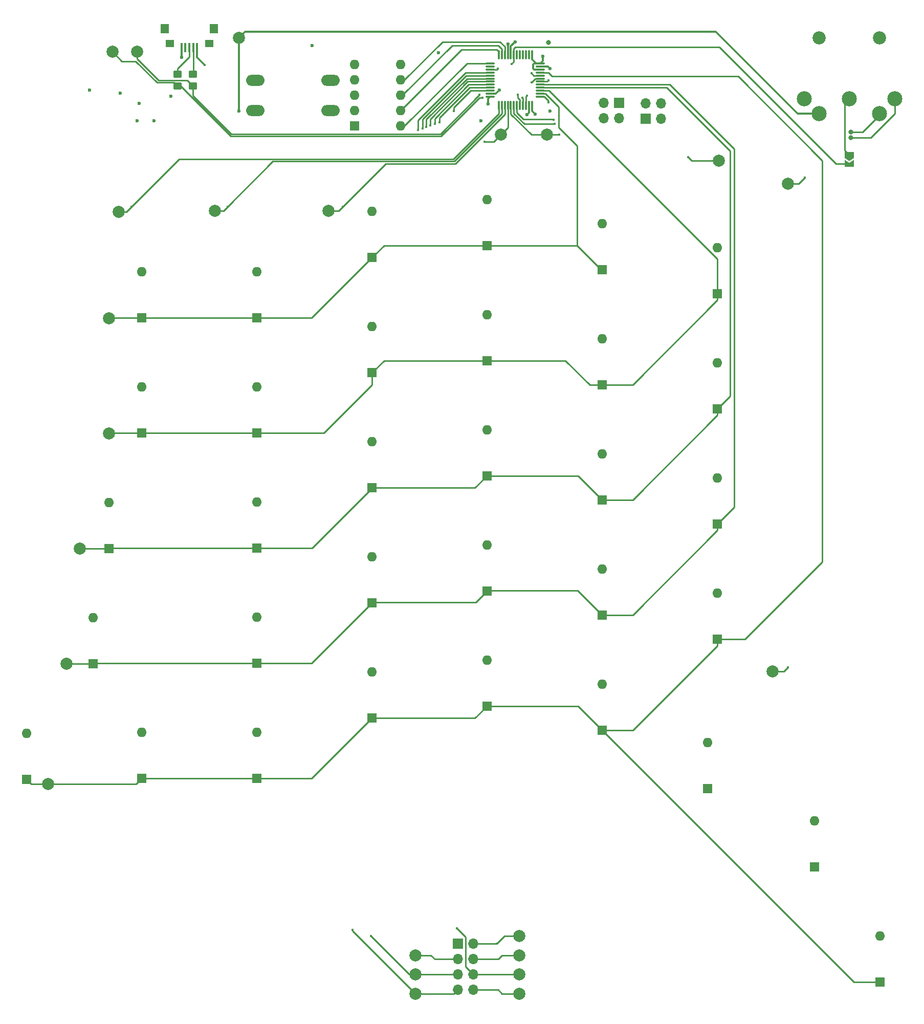
<source format=gbr>
%TF.GenerationSoftware,KiCad,Pcbnew,(6.0.0)*%
%TF.CreationDate,2022-01-02T22:00:42-08:00*%
%TF.ProjectId,thumbler_left,7468756d-626c-4657-925f-6c6566742e6b,rev?*%
%TF.SameCoordinates,Original*%
%TF.FileFunction,Copper,L1,Top*%
%TF.FilePolarity,Positive*%
%FSLAX46Y46*%
G04 Gerber Fmt 4.6, Leading zero omitted, Abs format (unit mm)*
G04 Created by KiCad (PCBNEW (6.0.0)) date 2022-01-02 22:00:42*
%MOMM*%
%LPD*%
G01*
G04 APERTURE LIST*
G04 Aperture macros list*
%AMRoundRect*
0 Rectangle with rounded corners*
0 $1 Rounding radius*
0 $2 $3 $4 $5 $6 $7 $8 $9 X,Y pos of 4 corners*
0 Add a 4 corners polygon primitive as box body*
4,1,4,$2,$3,$4,$5,$6,$7,$8,$9,$2,$3,0*
0 Add four circle primitives for the rounded corners*
1,1,$1+$1,$2,$3*
1,1,$1+$1,$4,$5*
1,1,$1+$1,$6,$7*
1,1,$1+$1,$8,$9*
0 Add four rect primitives between the rounded corners*
20,1,$1+$1,$2,$3,$4,$5,0*
20,1,$1+$1,$4,$5,$6,$7,0*
20,1,$1+$1,$6,$7,$8,$9,0*
20,1,$1+$1,$8,$9,$2,$3,0*%
%AMFreePoly0*
4,1,6,1.000000,0.000000,0.500000,-0.750000,-0.500000,-0.750000,-0.500000,0.750000,0.500000,0.750000,1.000000,0.000000,1.000000,0.000000,$1*%
%AMFreePoly1*
4,1,6,0.500000,-0.750000,-0.650000,-0.750000,-0.150000,0.000000,-0.650000,0.750000,0.500000,0.750000,0.500000,-0.750000,0.500000,-0.750000,$1*%
G04 Aperture macros list end*
%TA.AperFunction,SMDPad,CuDef*%
%ADD10C,2.000000*%
%TD*%
%TA.AperFunction,ComponentPad*%
%ADD11R,1.600000X1.600000*%
%TD*%
%TA.AperFunction,ComponentPad*%
%ADD12O,1.600000X1.600000*%
%TD*%
%TA.AperFunction,ComponentPad*%
%ADD13C,2.500000*%
%TD*%
%TA.AperFunction,ComponentPad*%
%ADD14C,2.184400*%
%TD*%
%TA.AperFunction,ComponentPad*%
%ADD15O,1.700000X1.700000*%
%TD*%
%TA.AperFunction,ComponentPad*%
%ADD16R,1.700000X1.700000*%
%TD*%
%TA.AperFunction,SMDPad,CuDef*%
%ADD17RoundRect,0.249999X0.450001X-0.350001X0.450001X0.350001X-0.450001X0.350001X-0.450001X-0.350001X0*%
%TD*%
%TA.AperFunction,SMDPad,CuDef*%
%ADD18RoundRect,0.249999X-0.450001X0.350001X-0.450001X-0.350001X0.450001X-0.350001X0.450001X0.350001X0*%
%TD*%
%TA.AperFunction,SMDPad,CuDef*%
%ADD19RoundRect,0.075000X-0.075000X0.662500X-0.075000X-0.662500X0.075000X-0.662500X0.075000X0.662500X0*%
%TD*%
%TA.AperFunction,SMDPad,CuDef*%
%ADD20RoundRect,0.075000X-0.662500X0.075000X-0.662500X-0.075000X0.662500X-0.075000X0.662500X0.075000X0*%
%TD*%
%TA.AperFunction,SMDPad,CuDef*%
%ADD21FreePoly0,270.000000*%
%TD*%
%TA.AperFunction,SMDPad,CuDef*%
%ADD22FreePoly1,270.000000*%
%TD*%
%TA.AperFunction,SMDPad,CuDef*%
%ADD23R,0.400000X1.600000*%
%TD*%
%TA.AperFunction,SMDPad,CuDef*%
%ADD24R,1.400000X1.500000*%
%TD*%
%TA.AperFunction,SMDPad,CuDef*%
%ADD25R,1.400000X1.200000*%
%TD*%
%TA.AperFunction,ComponentPad*%
%ADD26O,3.048000X1.850000*%
%TD*%
%TA.AperFunction,ViaPad*%
%ADD27C,0.600000*%
%TD*%
%TA.AperFunction,ViaPad*%
%ADD28C,0.800000*%
%TD*%
%TA.AperFunction,ViaPad*%
%ADD29C,0.450000*%
%TD*%
%TA.AperFunction,Conductor*%
%ADD30C,0.250000*%
%TD*%
%TA.AperFunction,Conductor*%
%ADD31C,0.350000*%
%TD*%
G04 APERTURE END LIST*
D10*
%TO.P,TP23,1,1*%
%TO.N,L_USB_D+*%
X102870000Y-141986000D03*
%TD*%
%TO.P,TP22,1,1*%
%TO.N,L_USB_D-*%
X106934000Y-141986000D03*
%TD*%
D11*
%TO.P,D6,1,K*%
%TO.N,L_ROW1*%
X107711000Y-186032200D03*
D12*
%TO.P,D6,2,A*%
%TO.N,Net-(D6-Pad2)*%
X107711000Y-178412200D03*
%TD*%
D11*
%TO.P,D3,1,K*%
%TO.N,L_ROW5*%
X88701000Y-262394000D03*
D12*
%TO.P,D3,2,A*%
%TO.N,Net-(D3-Pad2)*%
X88701000Y-254774000D03*
%TD*%
D11*
%TO.P,D29,1,K*%
%TO.N,L_ROW3*%
X201345800Y-263906000D03*
D12*
%TO.P,D29,2,A*%
%TO.N,Net-(D29-Pad2)*%
X201345800Y-256286000D03*
%TD*%
D11*
%TO.P,D30,1,K*%
%TO.N,L_ROW4*%
X219075000Y-276860000D03*
D12*
%TO.P,D30,2,A*%
%TO.N,Net-(D30-Pad2)*%
X219075000Y-269240000D03*
%TD*%
D11*
%TO.P,D31,1,K*%
%TO.N,L_ROW5*%
X229870000Y-295910000D03*
D12*
%TO.P,D31,2,A*%
%TO.N,Net-(D31-Pad2)*%
X229870000Y-288290000D03*
%TD*%
D13*
%TO.P,J4,1*%
%TO.N,GND*%
X217317306Y-149732831D03*
%TO.P,J4,2*%
%TO.N,Net-(J4-Pad2)*%
X224817306Y-149732831D03*
%TO.P,J4,3*%
%TO.N,L_RX*%
X232317306Y-149732831D03*
%TO.P,J4,4*%
%TO.N,+5V*%
X219817306Y-152232831D03*
%TO.P,J4,5*%
%TO.N,L_TX*%
X229817306Y-152232831D03*
D14*
%TO.P,J4,MH*%
%TO.N,N/C*%
X229817306Y-139732831D03*
X219817306Y-139732831D03*
%TD*%
D15*
%TO.P,J3,4,Pin_4*%
%TO.N,+3V3*%
X184155000Y-153030000D03*
%TO.P,J3,3,Pin_3*%
%TO.N,L_SWDIO*%
X184155000Y-150490000D03*
%TO.P,J3,2,Pin_2*%
%TO.N,L_SWCLK*%
X186695000Y-153030000D03*
D16*
%TO.P,J3,1,Pin_1*%
%TO.N,GND*%
X186695000Y-150490000D03*
%TD*%
D17*
%TO.P,R1,1*%
%TO.N,L_USB_D+*%
X113665000Y-147685000D03*
%TO.P,R1,2*%
%TO.N,Net-(J1-Pad3)*%
X113665000Y-145685000D03*
%TD*%
D18*
%TO.P,R2,1*%
%TO.N,Net-(J1-Pad2)*%
X116205000Y-145685000D03*
%TO.P,R2,2*%
%TO.N,L_USB_D-*%
X116205000Y-147685000D03*
%TD*%
D10*
%TO.P,TP2,1,1*%
%TO.N,L_COL1*%
X214630000Y-163816600D03*
%TD*%
%TO.P,TP3,1,1*%
%TO.N,L_COL2*%
X203200000Y-160020000D03*
%TD*%
%TO.P,TP4,1,1*%
%TO.N,L_COL3*%
X174752000Y-155702000D03*
%TD*%
%TO.P,TP5,1,1*%
%TO.N,L_COL4*%
X167132000Y-155702000D03*
%TD*%
%TO.P,TP7,1,1*%
%TO.N,L_COL6*%
X119816000Y-168275000D03*
%TD*%
%TO.P,TP10,1,1*%
%TO.N,L_ROW1*%
X102290000Y-186067000D03*
%TD*%
%TO.P,TP11,1,1*%
%TO.N,L_ROW2*%
X102290000Y-205117000D03*
%TD*%
%TO.P,TP12,1,1*%
%TO.N,L_ROW3*%
X97464000Y-224155000D03*
%TD*%
%TO.P,TP13,1,1*%
%TO.N,L_ROW4*%
X95250000Y-243205000D03*
%TD*%
%TO.P,TP14,1,1*%
%TO.N,L_ROW5*%
X92202000Y-263144000D03*
%TD*%
%TO.P,TP9,1,1*%
%TO.N,L_COL8*%
X212090000Y-244475000D03*
%TD*%
%TO.P,TP15,1,1*%
%TO.N,ENC_A*%
X170180000Y-291465000D03*
%TD*%
%TO.P,TP16,1,1*%
%TO.N,ENC_B*%
X153035000Y-291465000D03*
%TD*%
%TO.P,TP17,1,1*%
%TO.N,ENC_BN*%
X170180000Y-288290000D03*
%TD*%
%TO.P,TP18,1,1*%
%TO.N,ENC_DN*%
X170180000Y-297815000D03*
%TD*%
%TO.P,TP19,1,1*%
%TO.N,ENC_RT*%
X153035000Y-297815000D03*
%TD*%
%TO.P,TP20,1,1*%
%TO.N,ENC_UP*%
X170180000Y-294640000D03*
%TD*%
%TO.P,TP21,1,1*%
%TO.N,ENC_LF*%
X153035000Y-294640000D03*
%TD*%
D19*
%TO.P,U1,1,VBAT*%
%TO.N,+3V3*%
X172295000Y-142522500D03*
%TO.P,U1,2,PC13*%
%TO.N,unconnected-(U1-Pad2)*%
X171795000Y-142522500D03*
%TO.P,U1,3,PC14*%
%TO.N,unconnected-(U1-Pad3)*%
X171295000Y-142522500D03*
%TO.P,U1,4,PC15*%
%TO.N,unconnected-(U1-Pad4)*%
X170795000Y-142522500D03*
%TO.P,U1,5,PF0*%
%TO.N,unconnected-(U1-Pad5)*%
X170295000Y-142522500D03*
%TO.P,U1,6,PF1*%
%TO.N,unconnected-(U1-Pad6)*%
X169795000Y-142522500D03*
%TO.P,U1,7,NRST*%
%TO.N,~{RST}*%
X169295000Y-142522500D03*
%TO.P,U1,8,VSSA*%
%TO.N,GND*%
X168795000Y-142522500D03*
%TO.P,U1,9,VDDA*%
%TO.N,+3V3*%
X168295000Y-142522500D03*
%TO.P,U1,10,PA0*%
%TO.N,L_OPT4*%
X167795000Y-142522500D03*
%TO.P,U1,11,PA1*%
%TO.N,L_OPT3*%
X167295000Y-142522500D03*
%TO.P,U1,12,PA2*%
%TO.N,L_OPT2*%
X166795000Y-142522500D03*
D20*
%TO.P,U1,13,PA3*%
%TO.N,L_OPT1*%
X165382500Y-143935000D03*
%TO.P,U1,14,PA4*%
%TO.N,unconnected-(U1-Pad14)*%
X165382500Y-144435000D03*
%TO.P,U1,15,PA5*%
%TO.N,L_COL8*%
X165382500Y-144935000D03*
%TO.P,U1,16,PA6*%
%TO.N,ENC_B*%
X165382500Y-145435000D03*
%TO.P,U1,17,PA7*%
%TO.N,ENC_A*%
X165382500Y-145935000D03*
%TO.P,U1,18,PB0*%
%TO.N,ENC_LF*%
X165382500Y-146435000D03*
%TO.P,U1,19,PB1*%
%TO.N,ENC_DN*%
X165382500Y-146935000D03*
%TO.P,U1,20,PB2*%
%TO.N,ENC_RT*%
X165382500Y-147435000D03*
%TO.P,U1,21,PB10*%
%TO.N,ENC_UP*%
X165382500Y-147935000D03*
%TO.P,U1,22,PB11*%
%TO.N,ENC_BN*%
X165382500Y-148435000D03*
%TO.P,U1,23,VSS*%
%TO.N,GND*%
X165382500Y-148935000D03*
%TO.P,U1,24,VDD*%
%TO.N,+3V3*%
X165382500Y-149435000D03*
D19*
%TO.P,U1,25,PB12*%
%TO.N,L_COL7*%
X166795000Y-150847500D03*
%TO.P,U1,26,PB13*%
%TO.N,L_COL6*%
X167295000Y-150847500D03*
%TO.P,U1,27,PB14*%
%TO.N,L_COL5*%
X167795000Y-150847500D03*
%TO.P,U1,28,PB15*%
%TO.N,L_COL4*%
X168295000Y-150847500D03*
%TO.P,U1,29,PA8*%
%TO.N,L_COL3*%
X168795000Y-150847500D03*
%TO.P,U1,30,PA9*%
%TO.N,L_COL2*%
X169295000Y-150847500D03*
%TO.P,U1,31,PA10*%
%TO.N,L_COL1*%
X169795000Y-150847500D03*
%TO.P,U1,32,PA11*%
%TO.N,L_USB_D-*%
X170295000Y-150847500D03*
%TO.P,U1,33,PA12*%
%TO.N,L_USB_D+*%
X170795000Y-150847500D03*
%TO.P,U1,34,PA13*%
%TO.N,L_SWDIO*%
X171295000Y-150847500D03*
%TO.P,U1,35,VSS*%
%TO.N,GND*%
X171795000Y-150847500D03*
%TO.P,U1,36,VDDIO2*%
%TO.N,+3V3*%
X172295000Y-150847500D03*
D20*
%TO.P,U1,37,PA14*%
%TO.N,L_SWCLK*%
X173707500Y-149435000D03*
%TO.P,U1,38,PA15*%
%TO.N,L_ROW1*%
X173707500Y-148935000D03*
%TO.P,U1,39,PB3*%
%TO.N,L_ROW2*%
X173707500Y-148435000D03*
%TO.P,U1,40,PB4*%
%TO.N,L_ROW3*%
X173707500Y-147935000D03*
%TO.P,U1,41,PB5*%
%TO.N,L_ROW4*%
X173707500Y-147435000D03*
%TO.P,U1,42,PB6*%
%TO.N,L_TX*%
X173707500Y-146935000D03*
%TO.P,U1,43,PB7*%
%TO.N,L_RX*%
X173707500Y-146435000D03*
%TO.P,U1,44,BOOT0*%
%TO.N,L_BOOT0*%
X173707500Y-145935000D03*
%TO.P,U1,45,PB8*%
%TO.N,L_ROW5*%
X173707500Y-145435000D03*
%TO.P,U1,46,PB9*%
%TO.N,+3V3*%
X173707500Y-144935000D03*
%TO.P,U1,47,VSS*%
%TO.N,GND*%
X173707500Y-144435000D03*
%TO.P,U1,48,VDD*%
%TO.N,+3V3*%
X173707500Y-143935000D03*
%TD*%
D21*
%TO.P,JP1,1,A*%
%TO.N,Net-(J4-Pad2)*%
X224790000Y-159078000D03*
D22*
%TO.P,JP1,2,B*%
%TO.N,~{RST}*%
X224790000Y-160528000D03*
%TD*%
D16*
%TO.P,J2,1,Pin_1*%
%TO.N,GND*%
X191135000Y-153035000D03*
D15*
%TO.P,J2,2,Pin_2*%
%TO.N,L_TX*%
X191135000Y-150495000D03*
%TO.P,J2,3,Pin_3*%
%TO.N,L_RX*%
X193675000Y-153035000D03*
%TO.P,J2,4,Pin_4*%
%TO.N,+3V3*%
X193675000Y-150495000D03*
%TD*%
D10*
%TO.P,TP6,1,1*%
%TO.N,L_COL5*%
X138612000Y-168275000D03*
%TD*%
D23*
%TO.P,J1,1,VBUS*%
%TO.N,Net-(F1-Pad1)*%
X116895400Y-141278000D03*
%TO.P,J1,2,D-*%
%TO.N,Net-(J1-Pad2)*%
X116245400Y-141278000D03*
%TO.P,J1,3,D+*%
%TO.N,Net-(J1-Pad3)*%
X115595400Y-141278000D03*
%TO.P,J1,4,ID*%
%TO.N,unconnected-(J1-Pad4)*%
X114945400Y-141278000D03*
%TO.P,J1,5,GND*%
%TO.N,GND*%
X114295400Y-141278000D03*
D24*
%TO.P,J1,6,Shield*%
%TO.N,unconnected-(J1-Pad6)*%
X119645400Y-138168000D03*
X111545400Y-138168000D03*
D25*
X112345400Y-140668000D03*
X118845400Y-140668000D03*
%TD*%
D10*
%TO.P,TP1,1,1*%
%TO.N,+5V*%
X123825000Y-139700000D03*
%TD*%
D11*
%TO.P,D9,1,K*%
%TO.N,L_ROW1*%
X126761000Y-186032200D03*
D12*
%TO.P,D9,2,A*%
%TO.N,Net-(D9-Pad2)*%
X126761000Y-178412200D03*
%TD*%
D11*
%TO.P,D14,1,K*%
%TO.N,L_ROW1*%
X145811000Y-176032200D03*
D12*
%TO.P,D14,2,A*%
%TO.N,Net-(D14-Pad2)*%
X145811000Y-168412200D03*
%TD*%
D11*
%TO.P,D19,1,K*%
%TO.N,L_ROW1*%
X164861000Y-174032200D03*
D12*
%TO.P,D19,2,A*%
%TO.N,Net-(D19-Pad2)*%
X164861000Y-166412200D03*
%TD*%
D11*
%TO.P,D24,1,K*%
%TO.N,L_ROW1*%
X183911000Y-178032200D03*
D12*
%TO.P,D24,2,A*%
%TO.N,Net-(D24-Pad2)*%
X183911000Y-170412200D03*
%TD*%
D11*
%TO.P,D32,1,K*%
%TO.N,L_ROW2*%
X202961000Y-182032200D03*
D12*
%TO.P,D32,2,A*%
%TO.N,Net-(D32-Pad2)*%
X202961000Y-174412200D03*
%TD*%
D11*
%TO.P,D7,1,K*%
%TO.N,L_ROW2*%
X107711000Y-205082200D03*
D12*
%TO.P,D7,2,A*%
%TO.N,Net-(D7-Pad2)*%
X107711000Y-197462200D03*
%TD*%
D11*
%TO.P,D10,1,K*%
%TO.N,L_ROW2*%
X126761000Y-205082200D03*
D12*
%TO.P,D10,2,A*%
%TO.N,Net-(D10-Pad2)*%
X126761000Y-197462200D03*
%TD*%
D11*
%TO.P,D15,1,K*%
%TO.N,L_ROW2*%
X145811000Y-195082200D03*
D12*
%TO.P,D15,2,A*%
%TO.N,Net-(D15-Pad2)*%
X145811000Y-187462200D03*
%TD*%
D11*
%TO.P,D20,1,K*%
%TO.N,L_ROW2*%
X164861000Y-193082200D03*
D12*
%TO.P,D20,2,A*%
%TO.N,Net-(D20-Pad2)*%
X164861000Y-185462200D03*
%TD*%
D11*
%TO.P,D25,1,K*%
%TO.N,L_ROW2*%
X183911000Y-197082200D03*
D12*
%TO.P,D25,2,A*%
%TO.N,Net-(D25-Pad2)*%
X183911000Y-189462200D03*
%TD*%
D11*
%TO.P,D33,1,K*%
%TO.N,L_ROW3*%
X202961000Y-201082200D03*
D12*
%TO.P,D33,2,A*%
%TO.N,Net-(D33-Pad2)*%
X202961000Y-193462200D03*
%TD*%
D11*
%TO.P,D4,1,K*%
%TO.N,L_ROW3*%
X102331600Y-224155000D03*
D12*
%TO.P,D4,2,A*%
%TO.N,Net-(D4-Pad2)*%
X102331600Y-216535000D03*
%TD*%
D11*
%TO.P,D11,1,K*%
%TO.N,L_ROW3*%
X126761000Y-224132200D03*
D12*
%TO.P,D11,2,A*%
%TO.N,Net-(D11-Pad2)*%
X126761000Y-216512200D03*
%TD*%
D11*
%TO.P,D16,1,K*%
%TO.N,L_ROW3*%
X145811000Y-214132200D03*
D12*
%TO.P,D16,2,A*%
%TO.N,Net-(D16-Pad2)*%
X145811000Y-206512200D03*
%TD*%
D11*
%TO.P,D21,1,K*%
%TO.N,L_ROW3*%
X164861000Y-212132200D03*
D12*
%TO.P,D21,2,A*%
%TO.N,Net-(D21-Pad2)*%
X164861000Y-204512200D03*
%TD*%
D11*
%TO.P,D26,1,K*%
%TO.N,L_ROW3*%
X183911000Y-216132200D03*
D12*
%TO.P,D26,2,A*%
%TO.N,Net-(D26-Pad2)*%
X183911000Y-208512200D03*
%TD*%
D11*
%TO.P,D34,1,K*%
%TO.N,L_ROW4*%
X202961000Y-220132200D03*
D12*
%TO.P,D34,2,A*%
%TO.N,Net-(D34-Pad2)*%
X202961000Y-212512200D03*
%TD*%
D11*
%TO.P,D5,1,K*%
%TO.N,L_ROW4*%
X99695000Y-243205000D03*
D12*
%TO.P,D5,2,A*%
%TO.N,Net-(D5-Pad2)*%
X99695000Y-235585000D03*
%TD*%
D11*
%TO.P,D12,1,K*%
%TO.N,L_ROW4*%
X126761000Y-243182200D03*
D12*
%TO.P,D12,2,A*%
%TO.N,Net-(D12-Pad2)*%
X126761000Y-235562200D03*
%TD*%
D11*
%TO.P,D17,1,K*%
%TO.N,L_ROW4*%
X145811000Y-233182200D03*
D12*
%TO.P,D17,2,A*%
%TO.N,Net-(D17-Pad2)*%
X145811000Y-225562200D03*
%TD*%
D11*
%TO.P,D22,1,K*%
%TO.N,L_ROW4*%
X164861000Y-231182200D03*
D12*
%TO.P,D22,2,A*%
%TO.N,Net-(D22-Pad2)*%
X164861000Y-223562200D03*
%TD*%
D11*
%TO.P,D27,1,K*%
%TO.N,L_ROW4*%
X183911000Y-235182200D03*
D12*
%TO.P,D27,2,A*%
%TO.N,Net-(D27-Pad2)*%
X183911000Y-227562200D03*
%TD*%
D11*
%TO.P,D35,1,K*%
%TO.N,L_ROW5*%
X202961000Y-239182200D03*
D12*
%TO.P,D35,2,A*%
%TO.N,Net-(D35-Pad2)*%
X202961000Y-231562200D03*
%TD*%
D11*
%TO.P,D8,1,K*%
%TO.N,L_ROW5*%
X107711000Y-262232200D03*
D12*
%TO.P,D8,2,A*%
%TO.N,Net-(D8-Pad2)*%
X107711000Y-254612200D03*
%TD*%
D11*
%TO.P,D13,1,K*%
%TO.N,L_ROW5*%
X126761000Y-262232200D03*
D12*
%TO.P,D13,2,A*%
%TO.N,Net-(D13-Pad2)*%
X126761000Y-254612200D03*
%TD*%
D11*
%TO.P,D18,1,K*%
%TO.N,L_ROW5*%
X145811000Y-252232200D03*
D12*
%TO.P,D18,2,A*%
%TO.N,Net-(D18-Pad2)*%
X145811000Y-244612200D03*
%TD*%
D11*
%TO.P,D23,1,K*%
%TO.N,L_ROW5*%
X164861000Y-250232200D03*
D12*
%TO.P,D23,2,A*%
%TO.N,Net-(D23-Pad2)*%
X164861000Y-242612200D03*
%TD*%
D11*
%TO.P,D28,1,K*%
%TO.N,L_ROW5*%
X183911000Y-254232200D03*
D12*
%TO.P,D28,2,A*%
%TO.N,Net-(D28-Pad2)*%
X183911000Y-246612200D03*
%TD*%
D10*
%TO.P,TP8,1,1*%
%TO.N,L_COL7*%
X103864800Y-168490200D03*
%TD*%
D16*
%TO.P,J9,1,Pin_1*%
%TO.N,GND*%
X160020000Y-289560000D03*
D15*
%TO.P,J9,2,Pin_2*%
%TO.N,ENC_BN*%
X162560000Y-289560000D03*
%TO.P,J9,3,Pin_3*%
%TO.N,ENC_B*%
X160020000Y-292100000D03*
%TO.P,J9,4,Pin_4*%
%TO.N,ENC_A*%
X162560000Y-292100000D03*
%TO.P,J9,5,Pin_5*%
%TO.N,ENC_LF*%
X160020000Y-294640000D03*
%TO.P,J9,6,Pin_6*%
%TO.N,ENC_UP*%
X162560000Y-294640000D03*
%TO.P,J9,7,Pin_7*%
%TO.N,ENC_RT*%
X160020000Y-297180000D03*
%TO.P,J9,8,Pin_8*%
%TO.N,ENC_DN*%
X162560000Y-297180000D03*
%TD*%
D26*
%TO.P,SW1,1,1*%
%TO.N,GND*%
X126475000Y-151725000D03*
X138975000Y-151725000D03*
%TO.P,SW1,2,2*%
%TO.N,~{RST}*%
X126475000Y-146725000D03*
X138975000Y-146725000D03*
%TD*%
D11*
%TO.P,SW2,1*%
%TO.N,GND*%
X142925750Y-154294250D03*
D12*
%TO.P,SW2,2*%
X142925750Y-151754250D03*
%TO.P,SW2,3*%
X142925750Y-149214250D03*
%TO.P,SW2,4*%
X142925750Y-146674250D03*
%TO.P,SW2,5*%
%TO.N,+3V3*%
X142925750Y-144134250D03*
%TO.P,SW2,6*%
%TO.N,L_BOOT0*%
X150545750Y-144134250D03*
%TO.P,SW2,7*%
%TO.N,L_OPT4*%
X150545750Y-146674250D03*
%TO.P,SW2,8*%
%TO.N,L_OPT3*%
X150545750Y-149214250D03*
%TO.P,SW2,9*%
%TO.N,L_OPT2*%
X150545750Y-151754250D03*
%TO.P,SW2,10*%
%TO.N,L_OPT1*%
X150545750Y-154294250D03*
%TD*%
D27*
%TO.N,GND*%
X171450000Y-152400000D03*
X169545000Y-140335000D03*
X163830000Y-153416000D03*
X166878000Y-148336000D03*
X175260000Y-151765000D03*
X135890000Y-140970000D03*
X156845000Y-142157502D03*
X114300000Y-142875000D03*
X175259999Y-144779999D03*
X106934000Y-153416000D03*
X109728000Y-153416000D03*
X99060000Y-148336000D03*
X112522000Y-149352000D03*
D28*
X175006000Y-140462000D03*
D27*
%TO.N,+3V3*%
X104140000Y-148844000D03*
X107315000Y-150495000D03*
X168323436Y-140675575D03*
X174056100Y-142727600D03*
X172786077Y-152310500D03*
X165039100Y-150628100D03*
D29*
%TO.N,~{RST}*%
X168910002Y-144018000D03*
D27*
%TO.N,+5V*%
X123825000Y-151765000D03*
D29*
%TO.N,L_TX*%
X175006000Y-146685000D03*
D28*
X225044000Y-155282497D03*
%TO.N,L_RX*%
X225044000Y-156210000D03*
D29*
X172212000Y-147066000D03*
%TO.N,L_SWCLK*%
X175006000Y-150368000D03*
%TO.N,L_SWDIO*%
X171450000Y-149225000D03*
%TO.N,L_COL7*%
X106045000Y-167640000D03*
%TO.N,L_BOOT0*%
X172212000Y-145542000D03*
%TO.N,L_USB_D+*%
X170688000Y-149606000D03*
X164084000Y-149606000D03*
%TO.N,L_USB_D-*%
X163576000Y-149098000D03*
X169926000Y-149098000D03*
%TO.N,L_COL6*%
X121920000Y-167640000D03*
%TO.N,L_COL5*%
X140970000Y-167640000D03*
%TO.N,L_COL4*%
X164465000Y-156845000D03*
%TO.N,L_COL3*%
X176784000Y-155702000D03*
%TO.N,L_COL2*%
X176022000Y-153924000D03*
X198120000Y-159385000D03*
%TO.N,L_COL8*%
X166624000Y-144780000D03*
X214630000Y-243840000D03*
%TO.N,L_COL1*%
X217424000Y-162814000D03*
X175897840Y-153208100D03*
%TO.N,Net-(F1-Pad1)*%
X118110000Y-144145000D03*
%TO.N,ENC_DN*%
X155448000Y-154178000D03*
%TO.N,ENC_RT*%
X156210000Y-153924000D03*
X142621000Y-287274000D03*
%TO.N,ENC_UP*%
X156972000Y-153670000D03*
X159893000Y-287020000D03*
%TO.N,ENC_LF*%
X154784117Y-154432000D03*
X145669000Y-288290000D03*
%TO.N,ENC_A*%
X154178000Y-154686000D03*
%TO.N,ENC_B*%
X153416000Y-154940000D03*
%TO.N,ENC_BN*%
X159385000Y-151765000D03*
X166497000Y-289560000D03*
%TD*%
D30*
%TO.N,L_USB_D+*%
X106730800Y-143560800D02*
X104444800Y-143560800D01*
X104444800Y-143560800D02*
X102870000Y-141986000D01*
X113046000Y-147066000D02*
X110236000Y-147066000D01*
X110236000Y-147066000D02*
X106730800Y-143560800D01*
X113665000Y-147685000D02*
X113046000Y-147066000D01*
%TO.N,L_USB_D-*%
X115205000Y-146685000D02*
X116205000Y-147685000D01*
X110490000Y-146685000D02*
X115205000Y-146685000D01*
X106934000Y-143129000D02*
X110490000Y-146685000D01*
X106934000Y-141986000D02*
X106934000Y-143129000D01*
%TO.N,L_SWCLK*%
X175006000Y-150114000D02*
X175006000Y-150368000D01*
X174327000Y-149435000D02*
X175006000Y-150114000D01*
X173707500Y-149435000D02*
X174327000Y-149435000D01*
D31*
%TO.N,GND*%
X173707500Y-144435000D02*
X174406769Y-144435000D01*
X169545000Y-140335000D02*
X168795000Y-141085000D01*
X114295400Y-142870400D02*
X114300000Y-142875000D01*
X168795000Y-141085000D02*
X168795000Y-142522500D01*
X171795000Y-150847500D02*
X171795000Y-152055000D01*
X171795000Y-152055000D02*
X171450000Y-152400000D01*
X114295400Y-141278000D02*
X114295400Y-142870400D01*
X165382500Y-148935000D02*
X166279000Y-148935000D01*
X174406769Y-144435000D02*
X174915000Y-144435000D01*
X174915000Y-144435000D02*
X175259999Y-144779999D01*
X166279000Y-148935000D02*
X166878000Y-148336000D01*
%TO.N,+3V3*%
X173707500Y-144935000D02*
X172621000Y-144935000D01*
X165039100Y-149778400D02*
X165039100Y-150628100D01*
X174056100Y-142727600D02*
X174056100Y-143489600D01*
X168295000Y-140704011D02*
X168323436Y-140675575D01*
X172466000Y-144780000D02*
X172466000Y-144081500D01*
X172295000Y-142522500D02*
X172295000Y-143260000D01*
X172950000Y-143915000D02*
X172970000Y-143935000D01*
X173802100Y-143743600D02*
X173802100Y-143840400D01*
X172295000Y-151819423D02*
X172786077Y-152310500D01*
X172632500Y-143915000D02*
X172950000Y-143915000D01*
X168295000Y-141538500D02*
X168295000Y-140704011D01*
X168295000Y-141538500D02*
X168295000Y-142522500D01*
X173802100Y-143840400D02*
X173707500Y-143935000D01*
X172970000Y-143935000D02*
X173707500Y-143935000D01*
X172295000Y-151765000D02*
X172295000Y-150847500D01*
X172466000Y-144081500D02*
X172632500Y-143915000D01*
X172295000Y-143260000D02*
X172950000Y-143915000D01*
X165039100Y-149778400D02*
X165382500Y-149435000D01*
X172621000Y-144935000D02*
X172466000Y-144780000D01*
X174056100Y-143489600D02*
X173802100Y-143743600D01*
D30*
%TO.N,~{RST}*%
X169524408Y-141224000D02*
X203327000Y-141224000D01*
X169295000Y-143633000D02*
X168910002Y-144018000D01*
X203327000Y-141224000D02*
X222631000Y-160528000D01*
X169295000Y-141453408D02*
X169524408Y-141224000D01*
X169295000Y-142522500D02*
X169295000Y-141453408D01*
X222631000Y-160528000D02*
X224790000Y-160528000D01*
X169295000Y-142522500D02*
X169295000Y-143633000D01*
%TO.N,L_ROW2*%
X164861000Y-193082200D02*
X147811000Y-193082200D01*
X202961000Y-182032200D02*
X202961000Y-183082200D01*
X202961000Y-182032200D02*
X202961000Y-176291000D01*
X183911000Y-197082200D02*
X181842200Y-197082200D01*
X181842200Y-197082200D02*
X177842200Y-193082200D01*
X145811000Y-197089000D02*
X137817800Y-205082200D01*
X107711000Y-205082200D02*
X102324800Y-205082200D01*
X126761000Y-205082200D02*
X107711000Y-205082200D01*
X137817800Y-205082200D02*
X126761000Y-205082200D01*
X147811000Y-193082200D02*
X145811000Y-195082200D01*
X202961000Y-183082200D02*
X188961000Y-197082200D01*
X188961000Y-197082200D02*
X183911000Y-197082200D01*
X175105000Y-148435000D02*
X173707500Y-148435000D01*
X102324800Y-205082200D02*
X102290000Y-205117000D01*
X177842200Y-193082200D02*
X164861000Y-193082200D01*
X202961000Y-176291000D02*
X175105000Y-148435000D01*
X145811000Y-195082200D02*
X145811000Y-197089000D01*
%TO.N,L_ROW3*%
X145811000Y-214234000D02*
X135912800Y-224132200D01*
X164861000Y-212132200D02*
X179911000Y-212132200D01*
X179911000Y-212132200D02*
X183911000Y-216132200D01*
X145811000Y-214132200D02*
X145811000Y-214234000D01*
X202961000Y-201082200D02*
X202961000Y-202132200D01*
X194608022Y-147935000D02*
X205105000Y-158431978D01*
X205105000Y-158431978D02*
X205105000Y-198938200D01*
X102331600Y-224155000D02*
X97464000Y-224155000D01*
X162861000Y-214132200D02*
X164861000Y-212132200D01*
X135912800Y-224132200D02*
X126761000Y-224132200D01*
X188961000Y-216132200D02*
X188362800Y-216132200D01*
X188362800Y-216132200D02*
X183911000Y-216132200D01*
X126761000Y-224132200D02*
X102354400Y-224132200D01*
X145811000Y-214132200D02*
X162861000Y-214132200D01*
X102354400Y-224132200D02*
X102331600Y-224155000D01*
X173707500Y-147935000D02*
X194608022Y-147935000D01*
X202961000Y-202132200D02*
X188961000Y-216132200D01*
X205105000Y-198938200D02*
X202961000Y-201082200D01*
%TO.N,L_ROW4*%
X205740000Y-217353200D02*
X202961000Y-220132200D01*
X205740000Y-158057227D02*
X205740000Y-217353200D01*
X145811000Y-233182200D02*
X135811000Y-243182200D01*
X126761000Y-243182200D02*
X99717800Y-243182200D01*
X188961000Y-235182200D02*
X183911000Y-235182200D01*
X202961000Y-220132200D02*
X202961000Y-221182200D01*
X99717800Y-243182200D02*
X99695000Y-243205000D01*
X145948200Y-233045000D02*
X145811000Y-233182200D01*
X99695000Y-243205000D02*
X95250000Y-243205000D01*
X164861000Y-231182200D02*
X162998200Y-233045000D01*
X183911000Y-235182200D02*
X179868800Y-231140000D01*
X164903200Y-231140000D02*
X164861000Y-231182200D01*
X179868800Y-231140000D02*
X164903200Y-231140000D01*
X135811000Y-243182200D02*
X126761000Y-243182200D01*
X162998200Y-233045000D02*
X145948200Y-233045000D01*
X202961000Y-221182200D02*
X188961000Y-235182200D01*
X173707500Y-147435000D02*
X195117773Y-147435000D01*
X195117773Y-147435000D02*
X205740000Y-158057227D01*
%TO.N,L_ROW5*%
X164861000Y-250232200D02*
X179911000Y-250232200D01*
X183911000Y-254232200D02*
X188997800Y-254232200D01*
X126761000Y-262232200D02*
X135811000Y-262232200D01*
X202961000Y-240269000D02*
X202961000Y-239182200D01*
X220345000Y-160020000D02*
X220345000Y-226399327D01*
X173707500Y-145435000D02*
X174993637Y-145435000D01*
X188997800Y-254232200D02*
X202961000Y-240269000D01*
X145811000Y-252232200D02*
X162861000Y-252232200D01*
X88701000Y-262394000D02*
X89451000Y-263144000D01*
X175625138Y-146066501D02*
X206391501Y-146066501D01*
X225588800Y-295910000D02*
X183911000Y-254232200D01*
X174993637Y-145435000D02*
X175625138Y-146066501D01*
X179911000Y-250232200D02*
X183911000Y-254232200D01*
X106799200Y-263144000D02*
X107711000Y-262232200D01*
X89451000Y-263144000D02*
X106799200Y-263144000D01*
X135811000Y-262232200D02*
X145811000Y-252232200D01*
X107711000Y-262232200D02*
X126761000Y-262232200D01*
X229870000Y-295910000D02*
X225588800Y-295910000D01*
X206391501Y-146066501D02*
X220345000Y-160020000D01*
X220345000Y-226399327D02*
X207562127Y-239182200D01*
X162861000Y-252232200D02*
X164861000Y-250232200D01*
X207562127Y-239182200D02*
X202961000Y-239182200D01*
%TO.N,L_ROW1*%
X176722678Y-151159794D02*
X176722678Y-154497678D01*
X179747200Y-174032200D02*
X183747200Y-178032200D01*
X183747200Y-178032200D02*
X183911000Y-178032200D01*
X173707500Y-148935000D02*
X174497884Y-148935000D01*
X164861000Y-174032200D02*
X147811000Y-174032200D01*
X147811000Y-174032200D02*
X145811000Y-176032200D01*
X135811000Y-186032200D02*
X126761000Y-186032200D01*
X174497884Y-148935000D02*
X176722678Y-151159794D01*
X126761000Y-186032200D02*
X107711000Y-186032200D01*
X164861000Y-174032200D02*
X179747200Y-174032200D01*
X176722678Y-154497678D02*
X179747200Y-157522200D01*
X107711000Y-186032200D02*
X102324800Y-186032200D01*
X179747200Y-157522200D02*
X179747200Y-174032200D01*
X145811000Y-176032200D02*
X135811000Y-186032200D01*
X102324800Y-186032200D02*
X102290000Y-186067000D01*
D31*
%TO.N,+5V*%
X123825000Y-139700000D02*
X123825000Y-151765000D01*
X123825000Y-139700000D02*
X124825000Y-138700000D01*
X216240831Y-152232831D02*
X219817306Y-152232831D01*
X124825000Y-138700000D02*
X202708000Y-138700000D01*
X202708000Y-138700000D02*
X216240831Y-152232831D01*
D30*
%TO.N,L_TX*%
X173707500Y-146935000D02*
X174756000Y-146935000D01*
X174756000Y-146935000D02*
X175006000Y-146685000D01*
X226987503Y-155282497D02*
X225044000Y-155282497D01*
X229822000Y-152228137D02*
X229822000Y-152448000D01*
X229822000Y-152448000D02*
X226987503Y-155282497D01*
%TO.N,L_RX*%
X232317306Y-149732831D02*
X232317306Y-152238694D01*
X232317306Y-152238694D02*
X228346000Y-156210000D01*
X173707500Y-146435000D02*
X172843000Y-146435000D01*
X228346000Y-156210000D02*
X225044000Y-156210000D01*
X172843000Y-146435000D02*
X172212000Y-147066000D01*
%TO.N,L_SWDIO*%
X171295000Y-149380000D02*
X171450000Y-149225000D01*
X171295000Y-150847500D02*
X171295000Y-149380000D01*
%TO.N,L_COL7*%
X105194800Y-168490200D02*
X103864800Y-168490200D01*
X159258000Y-159766000D02*
X113919000Y-159766000D01*
X166795000Y-150847500D02*
X166795000Y-152229000D01*
X106045000Y-167640000D02*
X105194800Y-168490200D01*
X113919000Y-159766000D02*
X106045000Y-167640000D01*
X166795000Y-152229000D02*
X159258000Y-159766000D01*
%TO.N,L_BOOT0*%
X173707500Y-145935000D02*
X172605000Y-145935000D01*
X172605000Y-145935000D02*
X172212000Y-145542000D01*
%TO.N,L_USB_D+*%
X113665000Y-147685000D02*
X114131119Y-147685000D01*
X170795000Y-149713000D02*
X170688000Y-149606000D01*
X163624296Y-149606000D02*
X164084000Y-149606000D01*
X122402119Y-155956000D02*
X157274296Y-155956000D01*
X114131119Y-147685000D02*
X122402119Y-155956000D01*
X157274296Y-155956000D02*
X163624296Y-149606000D01*
X170795000Y-150847500D02*
X170795000Y-149713000D01*
%TO.N,L_USB_D-*%
X170295000Y-150847500D02*
X170295000Y-149975000D01*
X157117925Y-155578489D02*
X163576000Y-149120414D01*
X169926000Y-149606000D02*
X169926000Y-149098000D01*
X163576000Y-149120414D02*
X163576000Y-149098000D01*
X170295000Y-149975000D02*
X169926000Y-149606000D01*
X116205000Y-149225000D02*
X122558489Y-155578489D01*
X122558489Y-155578489D02*
X157117925Y-155578489D01*
X116205000Y-147685000D02*
X116205000Y-149225000D01*
%TO.N,L_COL6*%
X167295000Y-150847500D02*
X167295000Y-152262174D01*
X121285000Y-168275000D02*
X119816000Y-168275000D01*
X159414163Y-160143011D02*
X129416989Y-160143011D01*
X167295000Y-152262174D02*
X159414163Y-160143011D01*
X121920000Y-167640000D02*
X121285000Y-168275000D01*
X129416989Y-160143011D02*
X121920000Y-167640000D01*
%TO.N,L_COL5*%
X167795000Y-152295348D02*
X159570326Y-160520022D01*
X167795000Y-150847500D02*
X167795000Y-152295348D01*
X148089978Y-160520022D02*
X140970000Y-167640000D01*
X159570326Y-160520022D02*
X148089978Y-160520022D01*
X140970000Y-167640000D02*
X140335000Y-168275000D01*
X140335000Y-168275000D02*
X138612000Y-168275000D01*
%TO.N,L_COL4*%
X165989000Y-156845000D02*
X164465000Y-156845000D01*
X168295000Y-154539000D02*
X165989000Y-156845000D01*
X168295000Y-150847500D02*
X168295000Y-154539000D01*
%TO.N,L_COL3*%
X172212000Y-155702000D02*
X176784000Y-155702000D01*
X168795000Y-150847500D02*
X168795000Y-152285000D01*
X168795000Y-152285000D02*
X172212000Y-155702000D01*
%TO.N,L_COL2*%
X198755000Y-160020000D02*
X203200000Y-160020000D01*
X169295000Y-150847500D02*
X169295000Y-152204633D01*
X198120000Y-159385000D02*
X198755000Y-160020000D01*
X171014367Y-153924000D02*
X176022000Y-153924000D01*
X169295000Y-152204633D02*
X171014367Y-153924000D01*
%TO.N,L_COL8*%
X166469000Y-144935000D02*
X166624000Y-144780000D01*
X214630000Y-243840000D02*
X213995000Y-244475000D01*
X165382500Y-144935000D02*
X166469000Y-144935000D01*
X213995000Y-244475000D02*
X212090000Y-244475000D01*
%TO.N,L_COL1*%
X175851740Y-153162000D02*
X175897840Y-153208100D01*
X214630000Y-163816600D02*
X216421400Y-163816600D01*
X169795000Y-152056693D02*
X170900307Y-153162000D01*
X169795000Y-150847500D02*
X169795000Y-152056693D01*
X216421400Y-163816600D02*
X217424000Y-162814000D01*
X170900307Y-153162000D02*
X175851740Y-153162000D01*
%TO.N,L_OPT4*%
X157520000Y-140335000D02*
X151180750Y-146674250D01*
X167795000Y-142522500D02*
X167795000Y-141125000D01*
X151180750Y-146674250D02*
X150545750Y-146674250D01*
X167005000Y-140335000D02*
X157520000Y-140335000D01*
X167795000Y-141125000D02*
X167005000Y-140335000D01*
%TO.N,L_OPT3*%
X159067500Y-140970000D02*
X150823250Y-149214250D01*
X166715000Y-140970000D02*
X159067500Y-140970000D01*
X150823250Y-149214250D02*
X150545750Y-149214250D01*
X167295000Y-142522500D02*
X167295000Y-141550000D01*
X167295000Y-141550000D02*
X166715000Y-140970000D01*
%TO.N,L_OPT2*%
X166795000Y-141958750D02*
X166441250Y-141605000D01*
X166441250Y-141605000D02*
X160655000Y-141605000D01*
X160655000Y-141605000D02*
X150545750Y-151714250D01*
X166795000Y-142522500D02*
X166795000Y-141958750D01*
X150545750Y-151714250D02*
X150545750Y-151754250D01*
%TO.N,L_OPT1*%
X151180750Y-154294250D02*
X150545750Y-154294250D01*
X165382500Y-143935000D02*
X161540000Y-143935000D01*
X161540000Y-143935000D02*
X151180750Y-154294250D01*
D31*
%TO.N,Net-(F1-Pad1)*%
X116895400Y-142930400D02*
X118110000Y-144145000D01*
X116895400Y-141278000D02*
X116895400Y-142930400D01*
D30*
%TO.N,Net-(J1-Pad2)*%
X116245400Y-141278000D02*
X116245400Y-145644600D01*
X116245400Y-145644600D02*
X116205000Y-145685000D01*
%TO.N,Net-(J1-Pad3)*%
X113665000Y-145685000D02*
X113665000Y-144780000D01*
X115595400Y-142849600D02*
X115595400Y-141278000D01*
X113665000Y-144780000D02*
X115595400Y-142849600D01*
%TO.N,Net-(J4-Pad2)*%
X224028000Y-150522137D02*
X224817306Y-149732831D01*
X224028000Y-158316000D02*
X224028000Y-150522137D01*
X224790000Y-159078000D02*
X224028000Y-158316000D01*
%TO.N,ENC_DN*%
X166687500Y-297180000D02*
X167322500Y-297815000D01*
X155448000Y-153162000D02*
X155448000Y-154178000D01*
X165382500Y-146935000D02*
X161675000Y-146935000D01*
X167322500Y-297815000D02*
X170180000Y-297815000D01*
X162560000Y-297180000D02*
X166687500Y-297180000D01*
X161675000Y-146935000D02*
X155448000Y-153162000D01*
%TO.N,ENC_RT*%
X165382500Y-147435000D02*
X161822941Y-147435000D01*
X153035000Y-297815000D02*
X142621000Y-287401000D01*
X153035000Y-297815000D02*
X159385000Y-297815000D01*
X142621000Y-287401000D02*
X142621000Y-287274000D01*
X156210000Y-153047941D02*
X156210000Y-153924000D01*
X161822941Y-147435000D02*
X156210000Y-153047941D01*
X159385000Y-297815000D02*
X160020000Y-297180000D01*
%TO.N,ENC_UP*%
X165382500Y-147935000D02*
X161945000Y-147935000D01*
X161290000Y-293370000D02*
X161290000Y-288417000D01*
X156972000Y-152908000D02*
X156972000Y-153670000D01*
X161290000Y-288417000D02*
X159893000Y-287020000D01*
X162560000Y-294640000D02*
X170180000Y-294640000D01*
X162560000Y-294640000D02*
X161290000Y-293370000D01*
X161945000Y-147935000D02*
X156972000Y-152908000D01*
%TO.N,ENC_LF*%
X161540000Y-146435000D02*
X154784117Y-153190883D01*
X154784117Y-153190883D02*
X154784117Y-154432000D01*
X165382500Y-146435000D02*
X161540000Y-146435000D01*
X160020000Y-294640000D02*
X152019000Y-294640000D01*
X152019000Y-294640000D02*
X145669000Y-288290000D01*
%TO.N,ENC_A*%
X166687500Y-292100000D02*
X167322500Y-291465000D01*
X161405000Y-145935000D02*
X154178000Y-153162000D01*
X162560000Y-292100000D02*
X166687500Y-292100000D01*
X154178000Y-153162000D02*
X154178000Y-154686000D01*
X167322500Y-291465000D02*
X170180000Y-291465000D01*
X165382500Y-145935000D02*
X161405000Y-145935000D01*
%TO.N,ENC_B*%
X153416000Y-153289000D02*
X153416000Y-154940000D01*
X165382500Y-145435000D02*
X161270000Y-145435000D01*
X156210000Y-292100000D02*
X160020000Y-292100000D01*
X153035000Y-291465000D02*
X155575000Y-291465000D01*
X155575000Y-291465000D02*
X156210000Y-292100000D01*
X161270000Y-145435000D02*
X153416000Y-153289000D01*
%TO.N,ENC_BN*%
X162560000Y-289560000D02*
X166497000Y-289560000D01*
X162122828Y-148435000D02*
X159385000Y-151172828D01*
X167767000Y-288290000D02*
X166497000Y-289560000D01*
X159385000Y-151172828D02*
X159385000Y-151765000D01*
X170180000Y-288290000D02*
X167767000Y-288290000D01*
X165382500Y-148435000D02*
X162122828Y-148435000D01*
%TD*%
M02*

</source>
